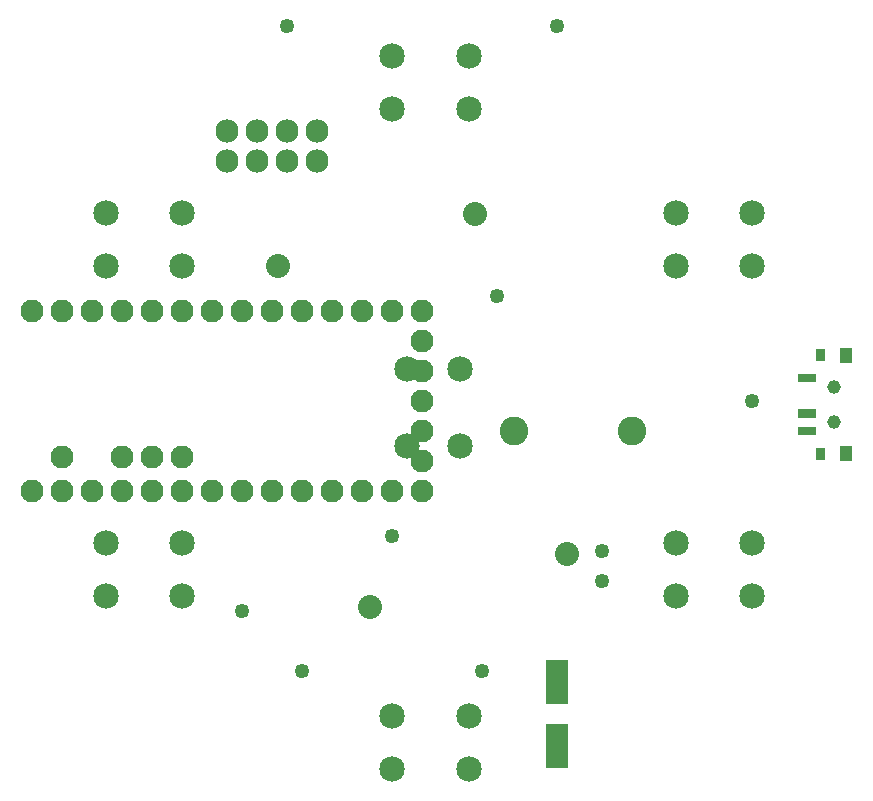
<source format=gbs>
G04 MADE WITH FRITZING*
G04 WWW.FRITZING.ORG*
G04 DOUBLE SIDED*
G04 HOLES PLATED*
G04 CONTOUR ON CENTER OF CONTOUR VECTOR*
%ASAXBY*%
%FSLAX23Y23*%
%MOIN*%
%OFA0B0*%
%SFA1.0B1.0*%
%ADD10C,0.049370*%
%ADD11C,0.095437*%
%ADD12C,0.045433*%
%ADD13C,0.085000*%
%ADD14C,0.080000*%
%ADD15C,0.076889*%
%ADD16C,0.077278*%
%ADD17R,0.072992X0.147795*%
%ADD18C,0.010000*%
%ADD19R,0.001000X0.001000*%
%LNMASK0*%
G90*
G70*
G54D10*
X2501Y1436D03*
X801Y736D03*
X1001Y536D03*
X1601Y536D03*
X1301Y986D03*
G54D11*
X2101Y1336D03*
X1708Y1336D03*
G54D10*
X951Y2686D03*
X1851Y2686D03*
X2001Y936D03*
X2001Y836D03*
X1651Y1786D03*
G54D12*
X2772Y1484D03*
X2772Y1365D03*
X2772Y1484D03*
X2772Y1365D03*
X2772Y1484D03*
X2772Y1365D03*
G54D13*
X601Y1886D03*
X345Y1886D03*
X601Y2063D03*
X345Y2063D03*
X1301Y2586D03*
X1557Y2586D03*
X1301Y2409D03*
X1557Y2409D03*
X2501Y1886D03*
X2245Y1886D03*
X2501Y2063D03*
X2245Y2063D03*
X2501Y786D03*
X2245Y786D03*
X2501Y963D03*
X2245Y963D03*
X1301Y386D03*
X1557Y386D03*
X1301Y209D03*
X1557Y209D03*
X1351Y1286D03*
X1351Y1542D03*
X1528Y1286D03*
X1528Y1542D03*
X345Y963D03*
X601Y963D03*
X345Y786D03*
X601Y786D03*
G54D14*
X1226Y751D03*
X1882Y926D03*
X1577Y2061D03*
X921Y1887D03*
G54D15*
X1401Y1136D03*
X1301Y1136D03*
X1201Y1136D03*
X1101Y1136D03*
X1001Y1136D03*
X901Y1136D03*
X801Y1136D03*
X701Y1136D03*
X601Y1136D03*
X501Y1136D03*
X401Y1136D03*
X301Y1136D03*
X201Y1136D03*
X101Y1136D03*
X201Y1250D03*
X501Y1250D03*
X401Y1250D03*
X1401Y1736D03*
X1301Y1736D03*
X1201Y1736D03*
X1101Y1736D03*
X1001Y1736D03*
X901Y1736D03*
X801Y1736D03*
X701Y1736D03*
X601Y1736D03*
X501Y1736D03*
X401Y1736D03*
X301Y1736D03*
X201Y1736D03*
X101Y1736D03*
X601Y1250D03*
X1401Y1536D03*
X1401Y1636D03*
X1401Y1436D03*
X1401Y1236D03*
X1401Y1336D03*
X1401Y1136D03*
X1301Y1136D03*
X1201Y1136D03*
X1101Y1136D03*
X1001Y1136D03*
X901Y1136D03*
X801Y1136D03*
X701Y1136D03*
X601Y1136D03*
X501Y1136D03*
X401Y1136D03*
X301Y1136D03*
X201Y1136D03*
X101Y1136D03*
X201Y1250D03*
X501Y1250D03*
X401Y1250D03*
X1401Y1736D03*
X1301Y1736D03*
X1201Y1736D03*
X1101Y1736D03*
X1001Y1736D03*
X901Y1736D03*
X801Y1736D03*
X701Y1736D03*
X601Y1736D03*
X501Y1736D03*
X401Y1736D03*
X301Y1736D03*
X201Y1736D03*
X101Y1736D03*
X601Y1250D03*
X1401Y1536D03*
X1401Y1636D03*
X1401Y1436D03*
X1401Y1236D03*
X1401Y1336D03*
G54D16*
X751Y2236D03*
X851Y2236D03*
X951Y2236D03*
X1051Y2236D03*
X751Y2336D03*
X851Y2336D03*
X951Y2336D03*
X1051Y2336D03*
X751Y2236D03*
X851Y2236D03*
X951Y2236D03*
X1051Y2236D03*
X751Y2336D03*
X851Y2336D03*
X951Y2336D03*
X1051Y2336D03*
G54D17*
X1851Y499D03*
X1851Y286D03*
G54D18*
G36*
X2713Y1608D02*
X2744Y1608D01*
X2744Y1568D01*
X2713Y1568D01*
X2713Y1608D01*
G37*
D02*
G36*
X2713Y1281D02*
X2744Y1281D01*
X2744Y1241D01*
X2713Y1241D01*
X2713Y1281D01*
G37*
D02*
G36*
X2654Y1527D02*
X2713Y1527D01*
X2713Y1499D01*
X2654Y1499D01*
X2654Y1527D01*
G37*
D02*
G36*
X2654Y1409D02*
X2713Y1409D01*
X2713Y1381D01*
X2654Y1381D01*
X2654Y1409D01*
G37*
D02*
G36*
X2654Y1350D02*
X2713Y1350D01*
X2713Y1322D01*
X2654Y1322D01*
X2654Y1350D01*
G37*
D02*
G54D19*
X2794Y1613D02*
X2834Y1613D01*
X2794Y1612D02*
X2834Y1612D01*
X2794Y1611D02*
X2834Y1611D01*
X2794Y1610D02*
X2834Y1610D01*
X2794Y1609D02*
X2834Y1609D01*
X2794Y1608D02*
X2834Y1608D01*
X2794Y1607D02*
X2834Y1607D01*
X2794Y1606D02*
X2834Y1606D01*
X2794Y1605D02*
X2834Y1605D01*
X2794Y1604D02*
X2834Y1604D01*
X2794Y1603D02*
X2834Y1603D01*
X2794Y1602D02*
X2834Y1602D01*
X2794Y1601D02*
X2834Y1601D01*
X2794Y1600D02*
X2834Y1600D01*
X2794Y1599D02*
X2834Y1599D01*
X2794Y1598D02*
X2834Y1598D01*
X2794Y1597D02*
X2834Y1597D01*
X2794Y1596D02*
X2834Y1596D01*
X2794Y1595D02*
X2834Y1595D01*
X2794Y1594D02*
X2834Y1594D01*
X2794Y1593D02*
X2834Y1593D01*
X2794Y1592D02*
X2834Y1592D01*
X2794Y1591D02*
X2834Y1591D01*
X2794Y1590D02*
X2834Y1590D01*
X2794Y1589D02*
X2834Y1589D01*
X2794Y1588D02*
X2834Y1588D01*
X2794Y1587D02*
X2834Y1587D01*
X2794Y1586D02*
X2834Y1586D01*
X2794Y1585D02*
X2834Y1585D01*
X2794Y1584D02*
X2834Y1584D01*
X2794Y1583D02*
X2834Y1583D01*
X2794Y1582D02*
X2834Y1582D01*
X2794Y1581D02*
X2834Y1581D01*
X2794Y1580D02*
X2834Y1580D01*
X2794Y1579D02*
X2834Y1579D01*
X2794Y1578D02*
X2834Y1578D01*
X2794Y1577D02*
X2834Y1577D01*
X2794Y1576D02*
X2834Y1576D01*
X2794Y1575D02*
X2834Y1575D01*
X2794Y1574D02*
X2834Y1574D01*
X2794Y1573D02*
X2834Y1573D01*
X2794Y1572D02*
X2834Y1572D01*
X2794Y1571D02*
X2834Y1571D01*
X2794Y1570D02*
X2834Y1570D01*
X2794Y1569D02*
X2834Y1569D01*
X2794Y1568D02*
X2834Y1568D01*
X2794Y1567D02*
X2834Y1567D01*
X2794Y1566D02*
X2834Y1566D01*
X2794Y1565D02*
X2834Y1565D01*
X2794Y1287D02*
X2834Y1287D01*
X2794Y1286D02*
X2834Y1286D01*
X2794Y1285D02*
X2834Y1285D01*
X2794Y1284D02*
X2834Y1284D01*
X2794Y1283D02*
X2834Y1283D01*
X2794Y1282D02*
X2834Y1282D01*
X2794Y1281D02*
X2834Y1281D01*
X2794Y1280D02*
X2834Y1280D01*
X2794Y1279D02*
X2834Y1279D01*
X2794Y1278D02*
X2834Y1278D01*
X2794Y1277D02*
X2834Y1277D01*
X2794Y1276D02*
X2834Y1276D01*
X2794Y1275D02*
X2834Y1275D01*
X2794Y1274D02*
X2834Y1274D01*
X2794Y1273D02*
X2834Y1273D01*
X2794Y1272D02*
X2834Y1272D01*
X2794Y1271D02*
X2834Y1271D01*
X2794Y1270D02*
X2834Y1270D01*
X2794Y1269D02*
X2834Y1269D01*
X2794Y1268D02*
X2834Y1268D01*
X2794Y1267D02*
X2834Y1267D01*
X2794Y1266D02*
X2834Y1266D01*
X2794Y1265D02*
X2834Y1265D01*
X2794Y1264D02*
X2834Y1264D01*
X2794Y1263D02*
X2834Y1263D01*
X2794Y1262D02*
X2834Y1262D01*
X2794Y1261D02*
X2834Y1261D01*
X2794Y1260D02*
X2834Y1260D01*
X2794Y1259D02*
X2834Y1259D01*
X2794Y1258D02*
X2834Y1258D01*
X2794Y1257D02*
X2834Y1257D01*
X2794Y1256D02*
X2834Y1256D01*
X2794Y1255D02*
X2834Y1255D01*
X2794Y1254D02*
X2834Y1254D01*
X2794Y1253D02*
X2834Y1253D01*
X2794Y1252D02*
X2834Y1252D01*
X2794Y1251D02*
X2834Y1251D01*
X2794Y1250D02*
X2834Y1250D01*
X2794Y1249D02*
X2834Y1249D01*
X2794Y1248D02*
X2834Y1248D01*
X2794Y1247D02*
X2834Y1247D01*
X2794Y1246D02*
X2834Y1246D01*
X2794Y1245D02*
X2834Y1245D01*
X2794Y1244D02*
X2834Y1244D01*
X2794Y1243D02*
X2834Y1243D01*
X2794Y1242D02*
X2834Y1242D01*
X2794Y1241D02*
X2834Y1241D01*
X2794Y1240D02*
X2834Y1240D01*
X2794Y1239D02*
X2834Y1239D01*
X2794Y1238D02*
X2834Y1238D01*
D02*
G04 End of Mask0*
M02*
</source>
